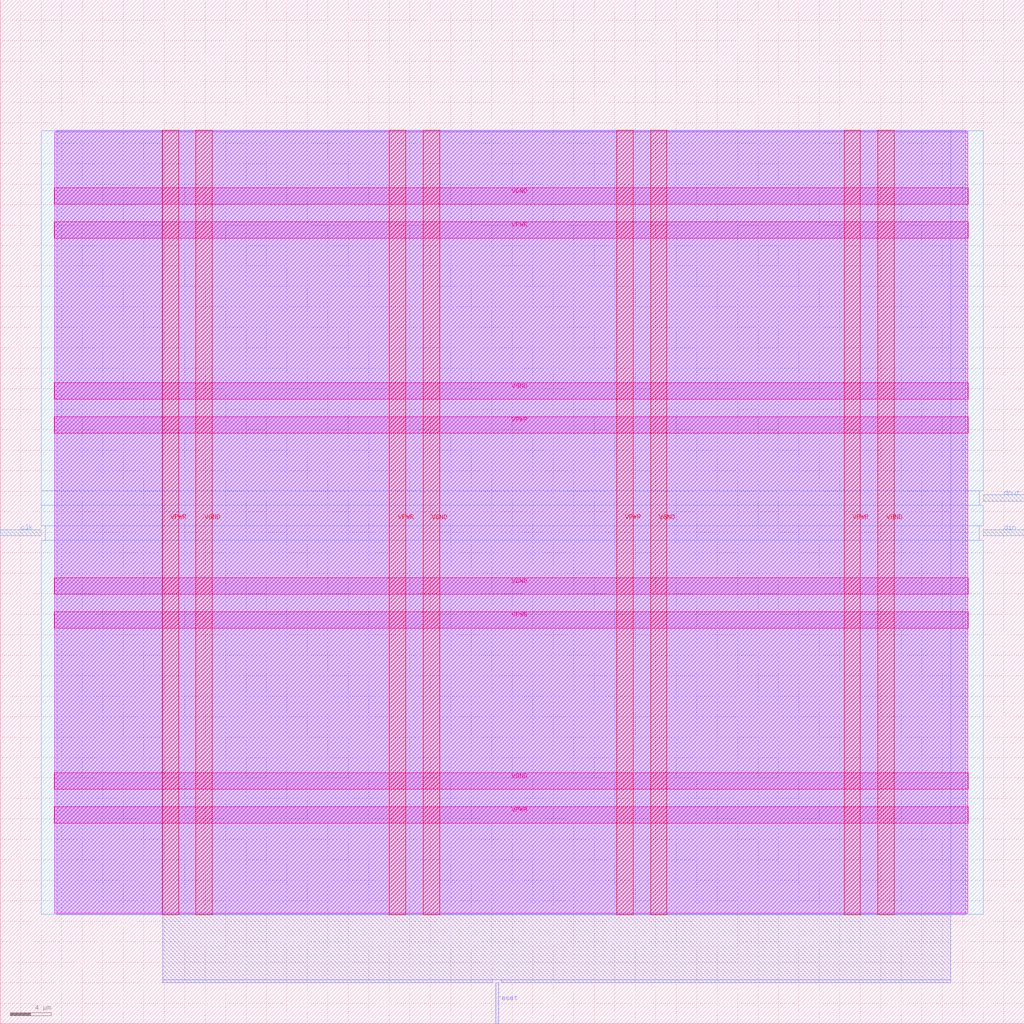
<source format=lef>
VERSION 5.7 ;
  NOWIREEXTENSIONATPIN ON ;
  DIVIDERCHAR "/" ;
  BUSBITCHARS "[]" ;
MACRO seq_detector_mealy
  CLASS BLOCK ;
  FOREIGN seq_detector_mealy ;
  ORIGIN 0.000 0.000 ;
  SIZE 100.000 BY 100.000 ;
  PIN VGND
    DIRECTION INOUT ;
    USE GROUND ;
    PORT
      LAYER met4 ;
        RECT 19.115 10.640 20.715 87.280 ;
    END
    PORT
      LAYER met4 ;
        RECT 41.310 10.640 42.910 87.280 ;
    END
    PORT
      LAYER met4 ;
        RECT 63.505 10.640 65.105 87.280 ;
    END
    PORT
      LAYER met4 ;
        RECT 85.700 10.640 87.300 87.280 ;
    END
    PORT
      LAYER met5 ;
        RECT 5.280 22.900 94.540 24.500 ;
    END
    PORT
      LAYER met5 ;
        RECT 5.280 41.940 94.540 43.540 ;
    END
    PORT
      LAYER met5 ;
        RECT 5.280 60.980 94.540 62.580 ;
    END
    PORT
      LAYER met5 ;
        RECT 5.280 80.020 94.540 81.620 ;
    END
  END VGND
  PIN VPWR
    DIRECTION INOUT ;
    USE POWER ;
    PORT
      LAYER met4 ;
        RECT 15.815 10.640 17.415 87.280 ;
    END
    PORT
      LAYER met4 ;
        RECT 38.010 10.640 39.610 87.280 ;
    END
    PORT
      LAYER met4 ;
        RECT 60.205 10.640 61.805 87.280 ;
    END
    PORT
      LAYER met4 ;
        RECT 82.400 10.640 84.000 87.280 ;
    END
    PORT
      LAYER met5 ;
        RECT 5.280 19.600 94.540 21.200 ;
    END
    PORT
      LAYER met5 ;
        RECT 5.280 38.640 94.540 40.240 ;
    END
    PORT
      LAYER met5 ;
        RECT 5.280 57.680 94.540 59.280 ;
    END
    PORT
      LAYER met5 ;
        RECT 5.280 76.720 94.540 78.320 ;
    END
  END VPWR
  PIN clk
    DIRECTION INPUT ;
    USE SIGNAL ;
    ANTENNAGATEAREA 0.852000 ;
    PORT
      LAYER met3 ;
        RECT 0.000 47.640 4.000 48.240 ;
    END
  END clk
  PIN din
    DIRECTION INPUT ;
    USE SIGNAL ;
    ANTENNAGATEAREA 0.196500 ;
    PORT
      LAYER met3 ;
        RECT 96.000 47.640 100.000 48.240 ;
    END
  END din
  PIN dout
    DIRECTION OUTPUT ;
    USE SIGNAL ;
    ANTENNADIFFAREA 0.445500 ;
    PORT
      LAYER met3 ;
        RECT 96.000 51.040 100.000 51.640 ;
    END
  END dout
  PIN reset
    DIRECTION INPUT ;
    USE SIGNAL ;
    ANTENNAGATEAREA 0.196500 ;
    PORT
      LAYER met2 ;
        RECT 48.390 0.000 48.670 4.000 ;
    END
  END reset
  OBS
      LAYER nwell ;
        RECT 5.330 10.795 94.490 87.125 ;
      LAYER li1 ;
        RECT 5.520 10.795 94.300 87.125 ;
      LAYER met1 ;
        RECT 5.520 10.640 94.300 87.280 ;
      LAYER met2 ;
        RECT 15.845 4.280 92.830 87.225 ;
        RECT 15.845 4.000 48.110 4.280 ;
        RECT 48.950 4.000 92.830 4.280 ;
      LAYER met3 ;
        RECT 4.000 52.040 96.000 87.205 ;
        RECT 4.000 50.640 95.600 52.040 ;
        RECT 4.000 48.640 96.000 50.640 ;
        RECT 4.400 47.240 95.600 48.640 ;
        RECT 4.000 10.715 96.000 47.240 ;
  END
END seq_detector_mealy
END LIBRARY


</source>
